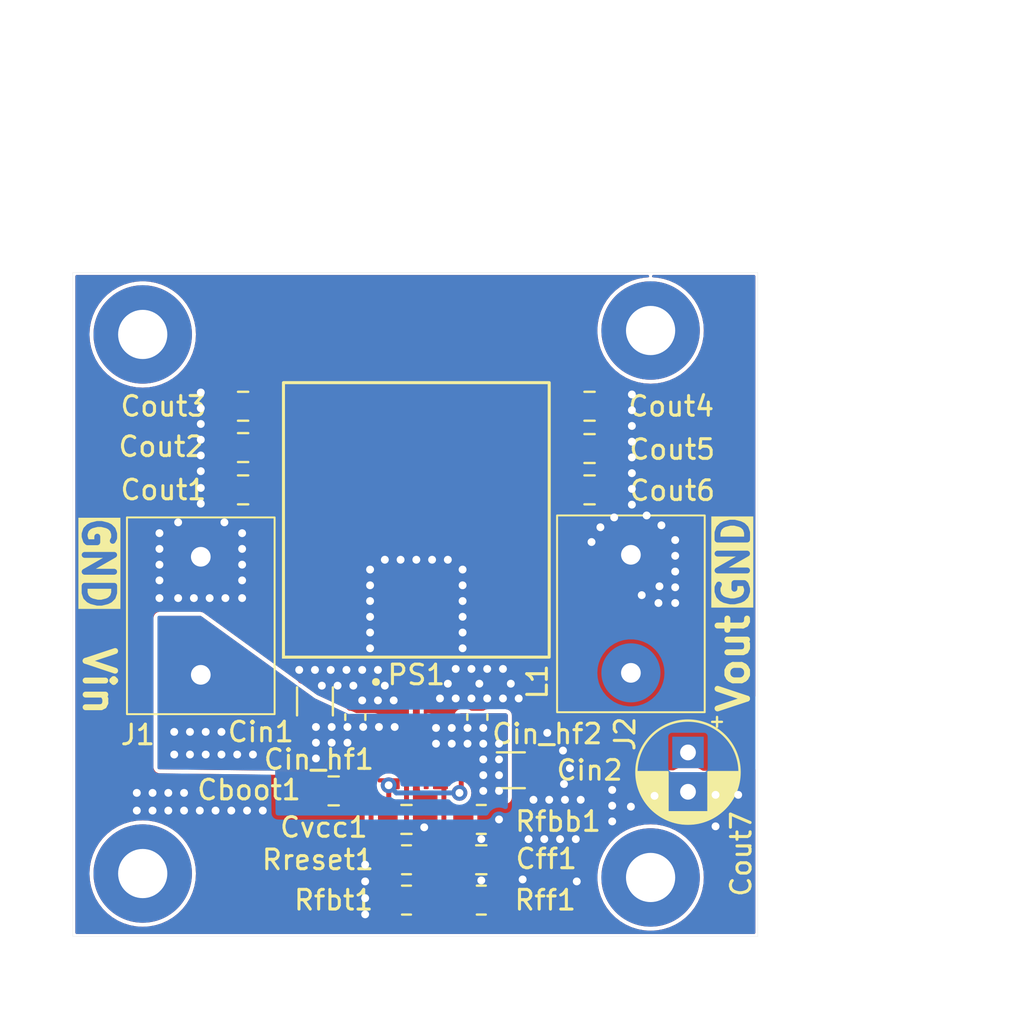
<source format=kicad_pcb>
(kicad_pcb (version 20221018) (generator pcbnew)
  (layers (0 "F.Cu" signal) (31 "B.Cu" signal) (34 "B.Paste" user) (35 "F.Paste" user) (36 "B.SilkS" user "B.Silkscreen") (37 "F.SilkS" user "F.Silkscreen") (38 "B.Mask" user) (39 "F.Mask" user) (44 "Edge.Cuts" user))
  (net 0 "")
  (net 1 "Net-(PS1-CBOOT)")
  (net 2 "Net-(Cff1-Pad1)")
  (net 3 "Net-(PS1-FB)")
  (net 4 "GND")
  (net 5 "Net-(PS1-RT)")
  (net 6 "Net-(PS1-~{RESET})")
  (net 7 "/Vin")
  (net 8 "/Vout")
  (net 9 "/switch_out")
  (footprint "Capacitor_SMD:C_0805_2012Metric" (layer "F.Cu") (at 105.3 72)
    (fp_text reference "Cboot1" (at -4.3 -0.05 180) (layer "F.SilkS") (effects (font (thickness 0.155))))
    (fp_text value "0.1")
    (pad "1" smd roundrect (at -0.95 0) (size 1 1.45) (layers "F.Cu" "F.Paste" "F.Mask") (net 9 "/switch_out"))
    (pad "2" smd roundrect (at 0.95 0) (size 1 1.45) (layers "F.Cu" "F.Paste" "F.Mask") (net 1 "Net-(PS1-CBOOT)"))
  )
  (footprint "custom_footprints:2-terminal-screw-connector-691137710002" (layer "F.Cu") (at 98.55 63.1 -90)
    (fp_text reference "J1" (at 6.05 3.2 unlocked) (layer "F.SilkS") (effects (font (thickness 0.155))))
    (fp_text value "Conn_01x02")
    (pad "1" thru_hole circle (at -3 0 270) (size 3 3) (drill 1) (layers "*.Cu" "*.Mask") (net 4 "GND"))
    (pad "2" thru_hole circle (at 3 0 270) (size 3 3) (drill 1) (layers "*.Cu" "*.Mask") (net 7 "/Vin"))
  )
  (footprint "MountingHole:MountingHole_2.5mm_Pad" (layer "F.Cu") (at 121.4 48.6)
    (fp_text reference "H3" hide)
    (fp_text value "MountingHole")
    (pad "1" thru_hole circle (at 0 0) (size 5 5) (drill 2.5) (layers "*.Cu" "*.Mask"))
  )
  (footprint "Resistor_SMD:R_0805_2012Metric" (layer "F.Cu") (at 109 75.5)
    (fp_text reference "Rreset1" (at -4.5 0) (layer "F.SilkS") (effects (font (thickness 0.155))))
    (fp_text value "100k")
    (pad "1" smd roundrect (at -0.9125 0) (size 1.025 1.4) (layers "F.Cu" "F.Paste" "F.Mask") (roundrect_rratio 0.243902439) (net 8 "/Vout"))
    (pad "2" smd roundrect (at 0.9125 0) (size 1.025 1.4) (layers "F.Cu" "F.Paste" "F.Mask") (roundrect_rratio 0.243902439) (net 6 "Net-(PS1-~{RESET})"))
  )
  (footprint "Capacitor_THT:CP_Radial_D5.0mm_P2.00mm" (layer "F.Cu") (at 123.3 70.044888 -90)
    (fp_text reference "Cout7" (at 5.155112 -2.7 -90) (layer "F.SilkS") (effects (font (thickness 0.155))))
    (fp_text value "150u")
    (pad "1" thru_hole rect (at 0 0 270) (size 1.6 1.6) (drill 0.8) (layers "*.Cu" "*.Mask") (net 8 "/Vout"))
    (pad "2" thru_hole circle (at 2 0 270) (size 1.6 1.6) (drill 0.8) (layers "*.Cu" "*.Mask") (net 4 "GND"))
  )
  (footprint "Capacitor_SMD:C_0805_2012Metric" (layer "F.Cu") (at 100.7 52.45 180)
    (fp_text reference "Cout3" (at 4.05 0) (layer "F.SilkS") (effects (font (thickness 0.155))))
    (fp_text value "22u")
    (pad "1" smd roundrect (at -0.95 0 180) (size 1 1.45) (layers "F.Cu" "F.Paste" "F.Mask") (net 8 "/Vout"))
    (pad "2" smd roundrect (at 0.95 0 180) (size 1 1.45) (layers "F.Cu" "F.Paste" "F.Mask") (net 4 "GND"))
  )
  (footprint "Capacitor_SMD:C_1206_3216Metric" (layer "F.Cu") (at 114.3 70.95)
    (fp_text reference "Cin2" (at 4 0) (layer "F.SilkS") (effects (font (thickness 0.155))))
    (fp_text value "10u")
    (pad "1" smd roundrect (at -1.475 0) (size 1.15 1.8) (layers "F.Cu" "F.Paste" "F.Mask") (roundrect_rratio 0.2173913043) (net 7 "/Vin"))
    (pad "2" smd roundrect (at 1.475 0) (size 1.15 1.8) (layers "F.Cu" "F.Paste" "F.Mask") (roundrect_rratio 0.2173913043) (net 4 "GND"))
  )
  (footprint "Resistor_SMD:R_0805_2012Metric" (layer "F.Cu") (at 109 77.55)
    (fp_text reference "Rfbt1" (at -3.7 0) (layer "F.SilkS") (effects (font (thickness 0.155))))
    (fp_text value "100k")
    (pad "1" smd roundrect (at -0.9125 0) (size 1.025 1.4) (layers "F.Cu" "F.Paste" "F.Mask") (roundrect_rratio 0.243902439) (net 8 "/Vout"))
    (pad "2" smd roundrect (at 0.9125 0) (size 1.025 1.4) (layers "F.Cu" "F.Paste" "F.Mask") (roundrect_rratio 0.243902439) (net 3 "Net-(PS1-FB)"))
  )
  (footprint "Capacitor_SMD:C_0805_2012Metric" (layer "F.Cu") (at 118.3 52.45)
    (fp_text reference "Cout4" (at 4.15 0) (layer "F.SilkS") (effects (font (thickness 0.155))))
    (fp_text value "22u")
    (pad "1" smd roundrect (at -0.95 0) (size 1 1.45) (layers "F.Cu" "F.Paste" "F.Mask") (net 8 "/Vout"))
    (pad "2" smd roundrect (at 0.95 0) (size 1 1.45) (layers "F.Cu" "F.Paste" "F.Mask") (net 4 "GND"))
  )
  (footprint "Capacitor_SMD:C_0603_1608Metric" (layer "F.Cu") (at 106.4 68.25 90)
    (fp_text reference "Cin_hf1" (at -2.15 -1.85) (layer "F.SilkS") (effects (font (thickness 0.155))))
    (fp_text value "0.47u")
    (pad "1" smd roundrect (at -0.775 0 90) (size 0.9 0.95) (layers "F.Cu" "F.Paste" "F.Mask") (net 7 "/Vin"))
    (pad "2" smd roundrect (at 0.775 0 90) (size 0.9 0.95) (layers "F.Cu" "F.Paste" "F.Mask") (net 4 "GND"))
  )
  (footprint "MountingHole:MountingHole_2.5mm_Pad" (layer "F.Cu") (at 95.6 48.8)
    (fp_text reference "H4" hide)
    (fp_text value "MountingHole")
    (pad "1" thru_hole circle (at 0 0) (size 5 5) (drill 2.5) (layers "*.Cu" "*.Mask"))
  )
  (footprint "Capacitor_SMD:C_0805_2012Metric" (layer "F.Cu") (at 100.7 56.7 180)
    (fp_text reference "Cout1" (at 4.05 0 180) (layer "F.SilkS") (effects (font (thickness 0.155))))
    (fp_text value "22u")
    (pad "1" smd roundrect (at -0.95 0 180) (size 1 1.45) (layers "F.Cu" "F.Paste" "F.Mask") (net 8 "/Vout"))
    (pad "2" smd roundrect (at 0.95 0 180) (size 1 1.45) (layers "F.Cu" "F.Paste" "F.Mask") (net 4 "GND"))
  )
  (footprint "Capacitor_SMD:C_0805_2012Metric" (layer "F.Cu") (at 118.3 56.7)
    (fp_text reference "Cout6" (at 4.2 0.034887) (layer "F.SilkS") (effects (font (thickness 0.155))))
    (fp_text value "22u")
    (pad "1" smd roundrect (at -0.95 0) (size 1 1.45) (layers "F.Cu" "F.Paste" "F.Mask") (net 8 "/Vout"))
    (pad "2" smd roundrect (at 0.95 0) (size 1 1.45) (layers "F.Cu" "F.Paste" "F.Mask") (net 4 "GND"))
  )
  (footprint "Capacitor_SMD:C_0805_2012Metric" (layer "F.Cu") (at 118.3 54.6)
    (fp_text reference "Cout5" (at 4.2 0.044887) (layer "F.SilkS") (effects (font (thickness 0.155))))
    (fp_text value "22u")
    (pad "1" smd roundrect (at -0.95 0) (size 1 1.45) (layers "F.Cu" "F.Paste" "F.Mask") (net 8 "/Vout"))
    (pad "2" smd roundrect (at 0.95 0) (size 1 1.45) (layers "F.Cu" "F.Paste" "F.Mask") (net 4 "GND"))
  )
  (footprint "custom_footprints:CONV_LM61495QRPHRQ1" (layer "F.Cu") (at 109.5 69.463)
    (fp_text reference "PS1" (at 0 -3.363) (layer "F.SilkS") (effects (font (thickness 0.155))))
    (fp_text value "LM61495QRPHRQ1")
    (pad "1" smd custom (at -1.375 -1.9) (size 0.4 0.4) (layers "F.Cu") (net 4 "GND") (options (clearance outline) (anchor rect)) (primitives (gr_poly (pts (xy -0.575 -0.15) (xy -0.575 0.5) (xy -0.575 0.503) (xy -0.575 0.505) (xy -0.574 0.508) (xy -0.574 0.51) (xy -0.573 0.513) (xy -0.573 0.515) (xy -0.572 0.518) (xy -0.571 0.52) (xy -0.57 0.523) (xy -0.568 0.525) (xy -0.567 0.527) (xy -0.565 0.529) (xy -0.564 0.531) (xy -0.562 0.533) (xy -0.56 0.535) (xy -0.558 0.537) (xy -0.556 0.539) (xy -0.554 0.54) (xy -0.552 0.542) (xy -0.55 0.543) (xy -0.548 0.545) (xy -0.545 0.546) (xy -0.543 0.547) (xy -0.54 0.548) (xy -0.538 0.548) (xy -0.535 0.549) (xy -0.533 0.549) (xy -0.53 0.55) (xy -0.528 0.55) (xy -0.525 0.55) (xy 0.525 0.55) (xy 0.528 0.55) (xy 0.53 0.55) (xy 0.533 0.549) (xy 0.535 0.549) (xy 0.538 0.548) (xy 0.54 0.548) (xy 0.543 0.547) (xy 0.545 0.546) (xy 0.548 0.545) (xy 0.55 0.543) (xy 0.552 0.542) (xy 0.554 0.54) (xy 0.556 0.539) (xy 0.558 0.537) (xy 0.56 0.535) (xy 0.562 0.533) (xy 0.564 0.531) (xy 0.565 0.529) (xy 0.567 0.527) (xy 0.568 0.525) (xy 0.57 0.523) (xy 0.571 0.52) (xy 0.572 0.518) (xy 0.573 0.515) (xy 0.573 0.513) (xy 0.574 0.51) (xy 0.574 0.508) (xy 0.575 0.505) (xy 0.575 0.503) (xy 0.575 0.5) (xy 0.575 -0.5) (xy 0.575 -0.503) (xy 0.575 -0.505) (xy 0.574 -0.508) (xy 0.574 -0.51) (xy 0.573 -0.513) (xy 0.573 -0.515) (xy 0.572 -0.518) (xy 0.571 -0.52) (xy 0.57 -0.523) (xy 0.568 -0.525) (xy 0.567 -0.527) (xy 0.565 -0.529) (xy 0.564 -0.531) (xy 0.562 -0.533) (xy 0.56 -0.535) (xy 0.558 -0.537) (xy 0.556 -0.539) (xy 0.554 -0.54) (xy 0.552 -0.542) (xy 0.55 -0.543) (xy 0.548 -0.545) (xy 0.545 -0.546) (xy 0.543 -0.547) (xy 0.54 -0.548) (xy 0.538 -0.548) (xy 0.535 -0.549) (xy 0.533 -0.549) (xy 0.53 -0.55) (xy 0.528 -0.55) (xy 0.525 -0.55) (xy -0.175 -0.55) (xy -0.178 -0.55) (xy -0.18 -0.55) (xy -0.183 -0.549) (xy -0.185 -0.549) (xy -0.188 -0.548) (xy -0.19 -0.548) (xy -0.193 -0.547) (xy -0.195 -0.546) (xy -0.198 -0.545) (xy -0.2 -0.543) (xy -0.202 -0.542) (xy -0.204 -0.54) (xy -0.206 -0.539) (xy -0.208 -0.537) (xy -0.21 -0.535) (xy -0.212 -0.533) (xy -0.214 -0.531) (xy -0.215 -0.529) (xy -0.217 -0.527) (xy -0.218 -0.525) (xy -0.22 -0.523) (xy -0.221 -0.52) (xy -0.222 -0.518) (xy -0.223 -0.515) (xy -0.223 -0.513) (xy -0.224 -0.51) (xy -0.224 -0.508) (xy -0.225 -0.505) (xy -0.225 -0.503) (xy -0.225 -0.5) (xy -0.225 -0.25) (xy -0.225 -0.247) (xy -0.225 -0.245) (xy -0.226 -0.242) (xy -0.226 -0.24) (xy -0.227 -0.237) (xy -0.227 -0.235) (xy -0.228 -0.232) (xy -0.229 -0.23) (xy -0.23 -0.227) (xy -0.232 -0.225) (xy -0.233 -0.223) (xy -0.235 -0.221) (xy -0.236 -0.219) (xy -0.238 -0.217) (xy -0.24 -0.215) (xy -0.242 -0.213) (xy -0.244 -0.211) (xy -0.246 -0.21) (xy -0.248 -0.208) (xy -0.25 -0.207) (xy -0.252 -0.205) (xy -0.255 -0.204) (xy -0.257 -0.203) (xy -0.26 -0.202) (xy -0.262 -0.202) (xy -0.265 -0.201) (xy -0.267 -0.201) (xy -0.27 -0.2) (xy -0.272 -0.2) (xy -0.275 -0.2) (xy -0.525 -0.2) (xy -0.528 -0.2) (xy -0.53 -0.2) (xy -0.533 -0.199) (xy -0.535 -0.199) (xy -0.538 -0.198) (xy -0.54 -0.198) (xy -0.543 -0.197) (xy -0.545 -0.196) (xy -0.548 -0.195) (xy -0.55 -0.193) (xy -0.552 -0.192) (xy -0.554 -0.19) (xy -0.556 -0.189) (xy -0.558 -0.187) (xy -0.56 -0.185) (xy -0.562 -0.183) (xy -0.564 -0.181) (xy -0.565 -0.179) (xy -0.567 -0.177) (xy -0.568 -0.175) (xy -0.57 -0.173) (xy -0.571 -0.17) (xy -0.572 -0.168) (xy -0.573 -0.165) (xy -0.573 -0.163) (xy -0.574 -0.16) (xy -0.574 -0.158) (xy -0.575 -0.155) (xy -0.575 -0.153) (xy -0.575 -0.15)) (width 0.01) (fill yes))))
    (pad "2" smd roundrect (at -1.413 -0.55) (size 1.075 0.4) (layers "F.Cu" "F.Paste" "F.Mask") (roundrect_rratio 0.1) (net 7 "/Vin"))
    (pad "3" smd roundrect (at -1.538 0.525) (size 0.825 0.25) (layers "F.Cu" "F.Paste" "F.Mask") (roundrect_rratio 0.06) (net 1 "Net-(PS1-CBOOT)"))
    (pad "4" smd roundrect (at -1.538 1.025) (size 0.825 0.25) (layers "F.Cu" "F.Paste" "F.Mask") (roundrect_rratio 0.06) (net 1 "Net-(PS1-CBOOT)"))
    (pad "5" smd roundrect (at -1.538 1.525) (size 0.825 0.25) (layers "F.Cu" "F.Paste" "F.Mask") (roundrect_rratio 0.06) (net 8 "/Vout"))
    (pad "6" smd custom (at -1.4 2.175) (size 0.3 0.3) (layers "F.Cu") (net 5 "Net-(PS1-RT)") (options (clearance outline) (anchor rect)) (primitives (gr_poly (pts (xy -0.55 -0.225) (xy -0.55 -0.125) (xy -0.55 -0.122) (xy -0.55 -0.12) (xy -0.549 -0.117) (xy -0.549 -0.115) (xy -0.548 -0.112) (xy -0.548 -0.11) (xy -0.547 -0.107) (xy -0.546 -0.105) (xy -0.545 -0.102) (xy -0.543 -0.1) (xy -0.542 -0.098) (xy -0.54 -0.096) (xy -0.539 -0.094) (xy -0.537 -0.092) (xy -0.535 -0.09) (xy -0.533 -0.088) (xy -0.531 -0.086) (xy -0.529 -0.085) (xy -0.527 -0.083) (xy -0.525 -0.082) (xy -0.523 -0.08) (xy -0.52 -0.079) (xy -0.518 -0.078) (xy -0.515 -0.077) (xy -0.513 -0.077) (xy -0.51 -0.076) (xy -0.508 -0.076) (xy -0.505 -0.075) (xy -0.503 -0.075) (xy -0.5 -0.075) (xy -0.25 -0.075) (xy -0.247 -0.075) (xy -0.245 -0.075) (xy -0.242 -0.074) (xy -0.24 -0.074) (xy -0.237 -0.073) (xy -0.235 -0.073) (xy -0.232 -0.072) (xy -0.23 -0.071) (xy -0.227 -0.07) (xy -0.225 -0.068) (xy -0.223 -0.067) (xy -0.221 -0.065) (xy -0.219 -0.064) (xy -0.217 -0.062) (xy -0.215 -0.06) (xy -0.213 -0.058) (xy -0.211 -0.056) (xy -0.21 -0.054) (xy -0.208 -0.052) (xy -0.207 -0.05) (xy -0.205 -0.048) (xy -0.204 -0.045) (xy -0.203 -0.043) (xy -0.202 -0.04) (xy -0.202 -0.038) (xy -0.201 -0.035) (xy -0.201 -0.033) (xy -0.2 -0.03) (xy -0.2 -0.028) (xy -0.2 -0.025) (xy -0.2 0.225) (xy -0.2 0.228) (xy -0.2 0.23) (xy -0.199 0.233) (xy -0.199 0.235) (xy -0.198 0.238) (xy -0.198 0.24) (xy -0.197 0.243) (xy -0.196 0.245) (xy -0.195 0.248) (xy -0.193 0.25) (xy -0.192 0.252) (xy -0.19 0.254) (xy -0.189 0.256) (xy -0.187 0.258) (xy -0.185 0.26) (xy -0.183 0.262) (xy -0.181 0.264) (xy -0.179 0.265) (xy -0.177 0.267) (xy -0.175 0.268) (xy -0.173 0.27) (xy -0.17 0.271) (xy -0.168 0.272) (xy -0.165 0.273) (xy -0.163 0.273) (xy -0.16 0.274) (xy -0.158 0.274) (xy -0.155 0.275) (xy -0.153 0.275) (xy -0.15 0.275) (xy 0.5 0.275) (xy 0.503 0.275) (xy 0.505 0.275) (xy 0.508 0.274) (xy 0.51 0.274) (xy 0.513 0.273) (xy 0.515 0.273) (xy 0.518 0.272) (xy 0.52 0.271) (xy 0.523 0.27) (xy 0.525 0.268) (xy 0.527 0.267) (xy 0.529 0.265) (xy 0.531 0.264) (xy 0.533 0.262) (xy 0.535 0.26) (xy 0.537 0.258) (xy 0.539 0.256) (xy 0.54 0.254) (xy 0.542 0.252) (xy 0.543 0.25) (xy 0.545 0.248) (xy 0.546 0.245) (xy 0.547 0.243) (xy 0.548 0.24) (xy 0.548 0.238) (xy 0.549 0.235) (xy 0.549 0.233) (xy 0.55 0.23) (xy 0.55 0.228) (xy 0.55 0.225) (xy 0.55 -0.225) (xy 0.55 -0.228) (xy 0.55 -0.23) (xy 0.549 -0.233) (xy 0.549 -0.235) (xy 0.548 -0.238) (xy 0.548 -0.24) (xy 0.547 -0.243) (xy 0.546 -0.245) (xy 0.545 -0.248) (xy 0.543 -0.25) (xy 0.542 -0.252) (xy 0.54 -0.254) (xy 0.539 -0.256) (xy 0.537 -0.258) (xy 0.535 -0.26) (xy 0.533 -0.262) (xy 0.531 -0.264) (xy 0.529 -0.265) (xy 0.527 -0.267) (xy 0.525 -0.268) (xy 0.523 -0.27) (xy 0.52 -0.271) (xy 0.518 -0.272) (xy 0.515 -0.273) (xy 0.513 -0.273) (xy 0.51 -0.274) (xy 0.508 -0.274) (xy 0.505 -0.275) (xy 0.503 -0.275) (xy 0.5 -0.275) (xy -0.5 -0.275) (xy -0.503 -0.275) (xy -0.505 -0.275) (xy -0.508 -0.274) (xy -0.51 -0.274) (xy -0.513 -0.273) (xy -0.515 -0.273) (xy -0.518 -0.272) (xy -0.52 -0.271) (xy -0.523 -0.27) (xy -0.525 -0.268) (xy -0.527 -0.267) (xy -0.529 -0.265) (xy -0.531 -0.264) (xy -0.533 -0.262) (xy -0.535 -0.26) (xy -0.537 -0.258) (xy -0.539 -0.256) (xy -0.54 -0.254) (xy -0.542 -0.252) (xy -0.543 -0.25) (xy -0.545 -0.248) (xy -0.546 -0.245) (xy -0.547 -0.243) (xy -0.548 -0.24) (xy -0.548 -0.238) (xy -0.549 -0.235) (xy -0.549 -0.233) (xy -0.55 -0.23) (xy -0.55 -0.228) (xy -0.55 -0.225)) (width 0.01) (fill yes))))
    (pad "7" smd roundrect (at -0.5 2.113) (size 0.25 0.675) (layers "F.Cu" "F.Paste" "F.Mask") (roundrect_rratio 0.17) (net 3 "Net-(PS1-FB)"))
    (pad "8" smd roundrect (at 0 2.038) (size 0.25 0.825) (layers "F.Cu" "F.Paste" "F.Mask") (roundrect_rratio 0.21) (net 4 "GND"))
    (pad "9" smd roundrect (at 0.5 2.113) (size 0.25 0.675) (layers "F.Cu" "F.Paste" "F.Mask") (roundrect_rratio 0.17) (net 5 "Net-(PS1-RT)"))
    (pad "10" smd custom (at 1.4 2.175) (size 0.3 0.3) (layers "F.Cu") (net 6 "Net-(PS1-~{RESET})") (options (clearance outline) (anchor rect)) (primitives (gr_poly (pts (xy -0.5 0.275) (xy -0.503 0.275) (xy -0.505 0.275) (xy -0.508 0.274) (xy -0.51 0.274) (xy -0.513 0.273) (xy -0.515 0.273) (xy -0.518 0.272) (xy -0.52 0.271) (xy -0.523 0.27) (xy -0.525 0.268) (xy -0.527 0.267) (xy -0.529 0.265) (xy -0.531 0.264) (xy -0.533 0.262) (xy -0.535 0.26) (xy -0.537 0.258) (xy -0.539 0.256) (xy -0.54 0.254) (xy -0.542 0.252) (xy -0.543 0.25) (xy -0.545 0.248) (xy -0.546 0.245) (xy -0.547 0.243) (xy -0.548 0.24) (xy -0.548 0.238) (xy -0.549 0.235) (xy -0.549 0.233) (xy -0.55 0.23) (xy -0.55 0.228) (xy -0.55 0.225) (xy -0.55 -0.225) (xy -0.55 -0.228) (xy -0.55 -0.23) (xy -0.549 -0.233) (xy -0.549 -0.235) (xy -0.548 -0.238) (xy -0.548 -0.24) (xy -0.547 -0.243) (xy -0.546 -0.245) (xy -0.545 -0.248) (xy -0.543 -0.25) (xy -0.542 -0.252) (xy -0.54 -0.254) (xy -0.539 -0.256) (xy -0.537 -0.258) (xy -0.535 -0.26) (xy -0.533 -0.262) (xy -0.531 -0.264) (xy -0.529 -0.265) (xy -0.527 -0.267) (xy -0.525 -0.268) (xy -0.523 -0.27) (xy -0.52 -0.271) (xy -0.518 -0.272) (xy -0.515 -0.273) (xy -0.513 -0.273) (xy -0.51 -0.274) (xy -0.508 -0.274) (xy -0.505 -0.275) (xy -0.503 -0.275) (xy -0.5 -0.275) (xy 0.5 -0.275) (xy 0.503 -0.275) (xy 0.505 -0.275) (xy 0.508 -0.274) (xy 0.51 -0.274) (xy 0.513 -0.273) (xy 0.515 -0.273) (xy 0.518 -0.272) (xy 0.52 -0.271) (xy 0.523 -0.27) (xy 0.525 -0.268) (xy 0.527 -0.267) (xy 0.529 -0.265) (xy 0.531 -0.264) (xy 0.533 -0.262) (xy 0.535 -0.26) (xy 0.537 -0.258) (xy 0.539 -0.256) (xy 0.54 -0.254) (xy 0.542 -0.252) (xy 0.543 -0.25) (xy 0.545 -0.248) (xy 0.546 -0.245) (xy 0.547 -0.243) (xy 0.548 -0.24) (xy 0.548 -0.238) (xy 0.549 -0.235) (xy 0.549 -0.233) (xy 0.55 -0.23) (xy 0.55 -0.228) (xy 0.55 -0.225) (xy 0.55 -0.125) (xy 0.55 -0.122) (xy 0.55 -0.12) (xy 0.549 -0.117) (xy 0.549 -0.115) (xy 0.548 -0.112) (xy 0.548 -0.11) (xy 0.547 -0.107) (xy 0.546 -0.105) (xy 0.545 -0.102) (xy 0.543 -0.1) (xy 0.542 -0.098) (xy 0.54 -0.096) (xy 0.539 -0.094) (xy 0.537 -0.092) (xy 0.535 -0.09) (xy 0.533 -0.088) (xy 0.531 -0.086) (xy 0.529 -0.085) (xy 0.527 -0.083) (xy 0.525 -0.082) (xy 0.523 -0.08) (xy 0.52 -0.079) (xy 0.518 -0.078) (xy 0.515 -0.077) (xy 0.513 -0.077) (xy 0.51 -0.076) (xy 0.508 -0.076) (xy 0.505 -0.075) (xy 0.503 -0.075) (xy 0.5 -0.075) (xy 0.25 -0.075) (xy 0.247 -0.075) (xy 0.245 -0.075) (xy 0.242 -0.074) (xy 0.24 -0.074) (xy 0.237 -0.073) (xy 0.235 -0.073) (xy 0.232 -0.072) (xy 0.23 -0.071) (xy 0.227 -0.07) (xy 0.225 -0.068) (xy 0.223 -0.067) (xy 0.221 -0.065) (xy 0.219 -0.064) (xy 0.217 -0.062) (xy 0.215 -0.06) (xy 0.213 -0.058) (xy 0.211 -0.056) (xy 0.21 -0.054) (xy 0.208 -0.052) (xy 0.207 -0.05) (xy 0.205 -0.048) (xy 0.204 -0.045) (xy 0.203 -0.043) (xy 0.202 -0.04) (xy 0.202 -0.038) (xy 0.201 -0.035) (xy 0.201 -0.033) (xy 0.2 -0.03) (xy 0.2 -0.028) (xy 0.2 -0.025) (xy 0.2 0.225) (xy 0.2 0.228) (xy 0.2 0.23) (xy 0.199 0.233) (xy 0.199 0.235) (xy 0.198 0.238) (xy 0.198 0.24) (xy 0.197 0.243) (xy 0.196 0.245) (xy 0.195 0.248) (xy 0.193 0.25) (xy 0.192 0.252) (xy 0.19 0.254) (xy 0.189 0.256) (xy 0.187 0.258) (xy 0.185 0.26) (xy 0.183 0.262) (xy 0.181 0.264) (xy 0.179 0.265) (xy 0.177 0.267) (xy 0.175 0.268) (xy 0.173 0.27) (xy 0.17 0.271) (xy 0.168 0.272) (xy 0.165 0.273) (xy 0.163 0.273) (xy 0.16 0.274) (xy 0.158 0.274) (xy 0.155 0.275) (xy 0.153 0.275) (xy 0.15 0.275) (xy -0.5 0.275)) (width 0.01) (fill yes))))
    (pad "11" smd roundrect (at 1.538 1.525) (size 0.825 0.25) (layers "F.Cu" "F.Paste" "F.Mask") (roundrect_rratio 0.06) (net 5 "Net-(PS1-RT)"))
    (pad "12" smd roundrect (at 1.538 1.025) (size 0.825 0.25) (layers "F.Cu" "F.Paste" "F.Mask") (roundrect_rratio 0.06) (net 4 "GND"))
    (pad "13" smd roundrect (at 1.538 0.525) (size 0.825 0.25) (layers "F.Cu" "F.Paste" "F.Mask") (roundrect_rratio 0.06) (net 7 "/Vin"))
    (pad "14" smd roundrect (at 1.413 -0.55) (size 1.075 0.4) (layers "F.Cu" "F.Paste" "F.Mask") (roundrect_rratio 0.1) (net 7 "/Vin"))
    (pad "15" smd custom (at 1.375 -1.9) (size 0.4 0.4) (layers "F.Cu") (net 4 "GND") (options (clearance outline) (anchor rect)) (primitives (gr_poly (pts (xy -0.525 0.55) (xy -0.528 0.55) (xy -0.53 0.55) (xy -0.533 0.549) (xy -0.535 0.549) (xy -0.538 0.548) (xy -0.54 0.548) (xy -0.543 0.547) (xy -0.545 0.546) (xy -0.548 0.545) (xy -0.55 0.543) (xy -0.552 0.542) (xy -0.554 0.54) (xy -0.556 0.539) (xy -0.558 0.537) (xy -0.56 0.535) (xy -0.562 0.533) (xy -0.564 0.531) (xy -0.565 0.529) (xy -0.567 0.527) (xy -0.568 0.525) (xy -0.57 0.523) (xy -0.571 0.52) (xy -0.572 0.518) (xy -0.573 0.515) (xy -0.573 0.513) (xy -0.574 0.51) (xy -0.574 0.508) (xy -0.575 0.505) (xy -0.575 0.503) (xy -0.575 0.5) (xy -0.575 -0.5) (xy -0.575 -0.503) (xy -0.575 -0.505) (xy -0.574 -0.508) (xy -0.574 -0.51) (xy -0.573 -0.513) (xy -0.573 -0.515) (xy -0.572 -0.518) (xy -0.571 -0.52) (xy -0.57 -0.523) (xy -0.568 -0.525) (xy -0.567 -0.527) (xy -0.565 -0.529) (xy -0.564 -0.531) (xy -0.562 -0.533) (xy -0.56 -0.535) (xy -0.558 -0.537) (xy -0.556 -0.539) (xy -0.554 -0.54) (xy -0.552 -0.542) (xy -0.55 -0.543) (xy -0.548 -0.545) (xy -0.545 -0.546) (xy -0.543 -0.547) (xy -0.54 -0.548) (xy -0.538 -0.548) (xy -0.535 -0.549) (xy -0.533 -0.549) (xy -0.53 -0.55) (xy -0.528 -0.55) (xy -0.525 -0.55) (xy 0.175 -0.55) (xy 0.178 -0.55) (xy 0.18 -0.55) (xy 0.183 -0.549) (xy 0.185 -0.549) (xy 0.188 -0.548) (xy 0.19 -0.548) (xy 0.193 -0.547) (xy 0.195 -0.546) (xy 0.198 -0.545) (xy 0.2 -0.543) (xy 0.202 -0.542) (xy 0.204 -0.54) (xy 0.206 -0.539) (xy 0.208 -0.537) (xy 0.21 -0.535) (xy 0.212 -0.533) (xy 0.214 -0.531) (xy 0.215 -0.529) (xy 0.217 -0.527) (xy 0.218 -0.525) (xy 0.22 -0.523) (xy 0.221 -0.52) (xy 0.222 -0.518) (xy 0.223 -0.515) (xy 0.223 -0.513) (xy 0.224 -0.51) (xy 0.224 -0.508) (xy 0.225 -0.505) (xy 0.225 -0.503) (xy 0.225 -0.5) (xy 0.225 -0.25) (xy 0.225 -0.247) (xy 0.225 -0.245) (xy 0.226 -0.242) (xy 0.226 -0.24) (xy 0.227 -0.237) (xy 0.227 -0.235) (xy 0.228 -0.232) (xy 0.229 -0.23) (xy 0.23 -0.227) (xy 0.232 -0.225) (xy 0.233 -0.223) (xy 0.235 -0.221) (xy 0.236 -0.219) (xy 0.238 -0.217) (xy 0.24 -0.215) (xy 0.242 -0.213) (xy 0.244 -0.211) (xy 0.246 -0.21) (xy 0.248 -0.208) (xy 0.25 -0.207) (xy 0.252 -0.205) (xy 0.255 -0.204) (xy 0.257 -0.203) (xy 0.26 -0.202) (xy 0.262 -0.202) (xy 0.265 -0.201) (xy 0.267 -0.201) (xy 0.27 -0.2) (xy 0.272 -0.2) (xy 0.275 -0.2) (xy 0.525 -0.2) (xy 0.528 -0.2) (xy 0.53 -0.2) (xy 0.533 -0.199) (xy 0.535 -0.199) (xy 0.538 -0.198) (xy 0.54 -0.198) (xy 0.543 -0.197) (xy 0.545 -0.196) (xy 0.548 -0.195) (xy 0.55 -0.193) (xy 0.552 -0.192) (xy 0.554 -0.19) (xy 0.556 -0.189) (xy 0.558 -0.187) (xy 0.56 -0.185) (xy 0.562 -0.183) (xy 0.564 -0.181) (xy 0.565 -0.179) (xy 0.567 -0.177) (xy 0.568 -0.175) (xy 0.57 -0.173) (xy 0.571 -0.17) (xy 0.572 -0.168) (xy 0.573 -0.165) (xy 0.573 -0.163) (xy 0.574 -0.16) (xy 0.574 -0.158) (xy 0.575 -0.155) (xy 0.575 -0.153) (xy 0.575 -0.15) (xy 0.575 0.5) (xy 0.575 0.503) (xy 0.575 0.505) (xy 0.574 0.508) (xy 0.574 0.51) (xy 0.573 0.513) (xy 0.573 0.515) (xy 0.572 0.518) (xy 0.571 0.52) (xy 0.57 0.523) (xy 0.568 0.525) (xy 0.567 0.527) (xy 0.565 0.529) (xy 0.564 0.531) (xy 0.562 0.533) (xy 0.56 0.535) (xy 0.558 0.537) (xy 0.556 0.539) (xy 0.554 0.54) (xy 0.552 0.542) (xy 0.55 0.543) (xy 0.548 0.545) (xy 0.545 0.546) (xy 0.543 0.547) (xy 0.54 0.548) (xy 0.538 0.548) (xy 0.535 0.549) (xy 0.533 0.549) (xy 0.53 0.55) (xy 0.528 0.55) (xy 0.525 0.55) (xy -0.525 0.55)) (width 0.01) (fill yes))))
    (pad "16" smd roundrect (at 0 -0.963) (size 0.35 2.975) (layers "F.Cu" "F.Paste" "F.Mask") (roundrect_rratio 0.5) (net 9 "/switch_out"))
  )
  (footprint "Capacitor_SMD:C_0805_2012Metric" (layer "F.Cu") (at 112.8 75.5 180)
    (fp_text reference "Cff1" (at -3.3 0.05) (layer "F.SilkS") (effects (font (thickness 0.155))))
    (fp_text value "15p")
    (pad "1" smd roundrect (at -0.95 0 180) (size 1 1.45) (layers "F.Cu" "F.Paste" "F.Mask") (net 2 "Net-(Cff1-Pad1)"))
    (pad "2" smd roundrect (at 0.95 0 180) (size 1 1.45) (layers "F.Cu" "F.Paste" "F.Mask") (net 3 "Net-(PS1-FB)"))
  )
  (footprint "Resistor_SMD:R_0805_2012Metric" (layer "F.Cu") (at 112.8 77.55)
    (fp_text reference "Rff1" (at 3.25 0) (layer "F.SilkS") (effects (font (thickness 0.155))))
    (fp_text value "4.99k")
    (pad "1" smd roundrect (at -0.9125 0) (size 1.025 1.4) (layers "F.Cu" "F.Paste" "F.Mask") (roundrect_rratio 0.243902439) (net 8 "/Vout"))
    (pad "2" smd roundrect (at 0.9125 0) (size 1.025 1.4) (layers "F.Cu" "F.Paste" "F.Mask") (roundrect_rratio 0.243902439) (net 2 "Net-(Cff1-Pad1)"))
  )
  (footprint "MountingHole:MountingHole_2.5mm_Pad" (layer "F.Cu") (at 95.6 76.2)
    (fp_text reference "H1" hide)
    (fp_text value "MountingHole")
    (pad "1" thru_hole circle (at 0 0) (size 5 5) (drill 2.5) (layers "*.Cu" "*.Mask"))
  )
  (footprint "Capacitor_SMD:C_0603_1608Metric" (layer "F.Cu") (at 112.6 68.25 90)
    (fp_text reference "Cin_hf2" (at -0.85 3.55 180) (layer "F.SilkS") (effects (font (thickness 0.155))))
    (fp_text value "0.47u")
    (pad "1" smd roundrect (at -0.775 0 90) (size 0.9 0.95) (layers "F.Cu" "F.Paste" "F.Mask") (net 7 "/Vin"))
    (pad "2" smd roundrect (at 0.775 0 90) (size 0.9 0.95) (layers "F.Cu" "F.Paste" "F.Mask") (net 4 "GND"))
  )
  (footprint "custom_footprints:2-terminal-screw-connector-691137710002" (layer "F.Cu") (at 120.4 63 90)
    (fp_text reference "J2" (at -6.1 -0.3 90 unlocked) (layer "F.SilkS") (effects (font (thickness 0.155) bold)))
    (fp_text value "Conn_01x02")
    (pad "1" thru_hole circle (at -3 0 90) (size 3 3) (drill 1) (layers "*.Cu" "*.Mask") (net 8 "/Vout"))
    (pad "2" thru_hole circle (at 3 0 90) (size 3 3) (drill 1) (layers "*.Cu" "*.Mask") (net 4 "GND"))
  )
  (footprint "Resistor_SMD:R_0805_2012Metric" (layer "F.Cu") (at 112.8 73.45)
    (fp_text reference "Rfbb1" (at 3.9 0.1) (layer "F.SilkS") (effects (font (thickness 0.155))))
    (fp_text value "25.5k")
    (pad "1" smd roundrect (at -0.9125 0) (size 1.025 1.4) (layers "F.Cu" "F.Paste" "F.Mask") (roundrect_rratio 0.243902439) (net 3 "Net-(PS1-FB)"))
    (pad "2" smd roundrect (at 0.9125 0) (size 1.025 1.4) (layers "F.Cu" "F.Paste" "F.Mask") (roundrect_rratio 0.243902439) (net 4 "GND"))
  )
  (footprint "Capacitor_SMD:C_0805_2012Metric" (layer "F.Cu") (at 109 73.45 180)
    (fp_text reference "Cvcc1" (at 4.2 -0.4) (layer "F.SilkS") (effects (font (thickness 0.155))))
    (fp_text value "1u")
    (pad "1" smd roundrect (at -0.95 0 180) (size 1 1.45) (layers "F.Cu" "F.Paste" "F.Mask") (net 4 "GND"))
    (pad "2" smd roundrect (at 0.95 0 180) (size 1 1.45) (layers "F.Cu" "F.Paste" "F.Mask") (net 5 "Net-(PS1-RT)"))
  )
  (footprint "MountingHole:MountingHole_2.5mm_Pad" (layer "F.Cu") (at 121.4 76.4)
    (fp_text reference "H2" hide)
    (fp_text value "MountingHole")
    (pad "1" thru_hole circle (at 0 0) (size 5 5) (drill 2.5) (layers "*.Cu" "*.Mask"))
  )
  (footprint "custom_footprints:TMPC 1004H-3R3MG-D" (layer "F.Cu") (at 109.5 58.2 90)
    (fp_text reference "L1" (at -8.25 6.15 90 unlocked) (layer "F.SilkS") (effects (font (thickness 0.155))))
    (fp_text value "3.3u")
    (pad "1" smd rect (at -4.75 0 90) (size 4.1 3.5) (layers "F.Cu" "F.Paste" "F.Mask") (net 9 "/switch_out"))
    (pad "2" smd rect (at 4.75 0 90) (size 4.1 3.5) (layers "F.Cu" "F.Paste" "F.Mask") (net 8 "/Vout"))
  )
  (footprint "Capacitor_SMD:C_1206_3216Metric" (layer "F.Cu") (at 104.35 67.45 90)
    (fp_text reference "Cin1" (at -1.55 -2.75 180) (layer "F.SilkS") (effects (font (thickness 0.155))))
    (fp_text value "10u")
    (pad "1" smd roundrect (at -1.475 0 90) (size 1.15 1.8) (layers "F.Cu" "F.Paste" "F.Mask") (roundrect_rratio 0.2173913043) (net 7 "/Vin"))
    (pad "2" smd roundrect (at 1.475 0 90) (size 1.15 1.8) (layers "F.Cu" "F.Paste" "F.Mask") (roundrect_rratio 0.2173913043) (net 4 "GND"))
  )
  (footprint "Capacitor_SMD:C_0805_2012Metric" (layer "F.Cu") (at 100.7 54.55 180)
    (fp_text reference "Cout2" (at 4.15 0.05 180) (layer "F.SilkS") (effects (font (thickness 0.155))))
    (fp_text value "22u")
    (pad "1" smd roundrect (at -0.95 0 180) (size 1 1.45) (layers "F.Cu" "F.Paste" "F.Mask") (net 8 "/Vout"))
    (pad "2" smd roundrect (at 0.95 0 180) (size 1 1.45) (layers "F.Cu" "F.Paste" "F.Mask") (net 4 "GND"))
  )
  (gr_rect (start 92.05 45.65) (end 126.85 79.4) (stroke (width 0.01)) (fill none) (layer "Edge.Cuts"))
  (gr_text "Vout" (at 126.5 68.15 90) (layer "F.SilkS") (effects (font (size 1.5 1.5) (thickness 0.3) bold) (justify left bottom)))
  (gr_text "GND" (at 92.45 57.95 270) (layer "F.SilkS" knockout) (effects (font (size 1.5 1.5) (thickness 0.3) bold) (justify left bottom)))
  (gr_text "Vin" (at 92.5 64.55 270) (layer "F.SilkS") (effects (font (size 1.5 1.5) (thickness 0.3) bold) (justify left bottom)))
  (gr_text "GND" (at 126.5 62.85 90) (layer "F.SilkS" knockout) (effects (font (size 1.5 1.5) (thickness 0.3) bold) (justify left bottom)))
  (segment (start 107.962 69.988) (end 107.962 70.488) (width 0.25) (layer "F.Cu") (net 1))
  (segment (start 106.25 71.275) (end 106.25 72) (width 0.25) (layer "F.Cu") (net 1))
  (segment (start 107.037 70.488) (end 106.25 71.275) (width 0.25) (layer "F.Cu") (net 1))
  (segment (start 107.962 70.488) (end 107.037 70.488) (width 0.25) (layer "F.Cu") (net 1))
  (segment (start 113.7125 75.3375) (end 113.75 75.3) (width 0.25) (layer "F.Cu") (net 2))
  (segment (start 113.7125 77.35) (end 113.7125 75.3375) (width 0.25) (layer "F.Cu") (net 2))
  (segment (start 113.5125 77.1875) (end 113.5125 77.3) (width 0.25) (layer "F.Cu") (net 2))
  (segment (start 111.85 75.3) (end 109.9125 77.2375) (width 0.25) (layer "F.Cu") (net 3))
  (segment (start 109 76.3) (end 109.9125 77.2125) (width 0.25) (layer "F.Cu") (net 3))
  (segment (start 109.9125 77.2125) (end 109.9125 77.35) (width 0.25) (layer "F.Cu") (net 3))
  (segment (start 111.8875 75.2625) (end 111.85 75.3) (width 0.25) (layer "F.Cu") (net 3))
  (segment (start 109.9125 77.35) (end 109.9125 77.1) (width 0.25) (layer "F.Cu") (net 3))
  (segment (start 109.9125 77.2375) (end 109.9125 77.35) (width 0.25) (layer "F.Cu") (net 3))
  (segment (start 109 71.576) (end 109 76.3) (width 0.25) (layer "F.Cu") (net 3))
  (segment (start 111.8875 73.25) (end 111.8875 75.2625) (width 0.25) (layer "F.Cu") (net 3))
  (via (at 116.15 69.05) (size 0.8) (drill 0.4) (layers "F.Cu" "B.Cu") (net 4))
  (via (at 122.65 60.05) (size 0.8) (drill 0.4) (layers "F.Cu" "B.Cu") (net 4))
  (via (at 125.85 72.2) (size 0.8) (drill 0.4) (layers "F.Cu" "B.Cu") (net 4))
  (via (at 120.45 52.65) (size 0.8) (drill 0.4) (layers "F.Cu" "B.Cu") (net 4))
  (via (at 106.9 78.273) (size 0.8) (drill 0.4) (layers "F.Cu" "B.Cu") (net 4))
  (via (at 96.1 72.999998) (size 0.8) (drill 0.4) (layers "F.Cu" "B.Cu") (net 4))
  (via (at 111.85 63.95) (size 0.8) (drill 0.4) (layers "F.Cu" "B.Cu") (net 4))
  (via (at 99.3 72.999998) (size 0.8) (drill 0.4) (layers "F.Cu" "B.Cu") (net 4))
  (via (at 98.549998 57.4) (size 0.8) (drill 0.4) (layers "F.Cu" "B.Cu") (net 4))
  (via (at 107.149998 64.75) (size 0.8) (drill 0.4) (layers "F.Cu" "B.Cu") (net 4))
  (via (at 116 74.45) (size 0.8) (drill 0.4) (layers "F.Cu" "B.Cu") (net 4))
  (via (at 98.550002 54.15) (size 0.8) (drill 0.4) (layers "F.Cu" "B.Cu") (net 4))
  (via (at 117 71.65) (size 0.8) (drill 0.4) (layers "F.Cu" "B.Cu") (net 4))
  (via (at 112.3 67.299998) (size 0.8) (drill 0.4) (layers "F.Cu" "B.Cu") (net 4))
  (via (at 117.3 70.85) (size 0.8) (drill 0.4) (layers "F.Cu" "B.Cu") (net 4))
  (via (at 112.8 74.45) (size 0.8) (drill 0.4) (layers "F.Cu" "B.Cu") (net 4))
  (via (at 117.85 72.45) (size 0.8) (drill 0.4) (layers "F.Cu" "B.Cu") (net 4))
  (via (at 100.65 62.2) (size 0.8) (drill 0.4) (layers "F.Cu" "B.Cu") (net 4))
  (via (at 100.65 58.9) (size 0.8) (drill 0.4) (layers "F.Cu" "B.Cu") (net 4))
  (via (at 113.7 73.45) (size 0.8) (drill 0.4) (layers "F.Cu" "B.Cu") (net 4))
  (via (at 119.45 72.75) (size 0.8) (drill 0.4) (layers "F.Cu" "B.Cu") (net 4))
  (via (at 112.8 76.55) (size 0.8) (drill 0.4) (layers "F.Cu" "B.Cu") (net 4))
  (via (at 111.1 66.549998) (size 0.8) (drill 0.4) (layers "F.Cu" "B.Cu") (net 4))
  (via (at 122.65 60.85) (size 0.8) (drill 0.4) (layers "F.Cu" "B.Cu") (net 4))
  (via (at 111.5 65.799998) (size 0.8) (drill 0.4) (layers "F.Cu" "B.Cu") (net 4))
  (via (at 100.65 59.7) (size 0.8) (drill 0.4) (layers "F.Cu" "B.Cu") (net 4))
  (via (at 121.2 58) (size 0.8) (drill 0.4) (layers "F.Cu" "B.Cu") (net 4))
  (via (at 122.649998 62.45) (size 0.8) (drill 0.4) (layers "F.Cu" "B.Cu") (net 4))
  (via (at 98.550002 53.35) (size 0.8) (drill 0.4) (layers "F.Cu" "B.Cu") (net 4))
  (via (at 107.15 60.75) (size 0.8) (drill 0.4) (layers "F.Cu" "B.Cu") (net 4))
  (via (at 106.3 66.649998) (size 0.8) (drill 0.4) (layers "F.Cu" "B.Cu") (net 4))
  (via (at 96.45 59.7) (size 0.8) (drill 0.4) (layers "F.Cu" "B.Cu") (net 4))
  (via (at 107.15 63.95) (size 0.8) (drill 0.4) (layers "F.Cu" "B.Cu") (net 4))
  (via (at 120.45 54.25) (size 0.8) (drill 0.4) (layers "F.Cu" "B.Cu") (net 4))
  (via (at 104.35 65.849998) (size 0.8) (drill 0.4) (layers "F.Cu" "B.Cu") (net 4))
  (via (at 96.45 60.5) (size 0.8) (drill 0.4) (layers "F.Cu" "B.Cu") (net 4))
  (via (at 116.95 69.95) (size 0.8) (drill 0.4) (layers "F.Cu" "B.Cu") (net 4))
  (via (at 99.75 58.35) (size 0.8) (drill 0.4) (layers "F.Cu" "B.Cu") (net 4))
  (via (at 121.85 61.6) (size 0.8) (drill 0.4) (layers "F.Cu" "B.Cu") (net 4))
  (via (at 107.9 60.25) (size 0.8) (drill 0.4) (layers "F.Cu" "B.Cu") (net 4))
  (via (at 122.65 59.25) (size 0.8) (drill 0.4) (layers "F.Cu" "B.Cu") (net 4))
  (via (at 107.55 67.399998) (size 0.8) (drill 0.4) (layers "F.Cu" "B.Cu") (net 4))
  (via (at 115.2 74.45) (size 0.8) (drill 0.4) (layers "F.Cu" "B.Cu") (net 4))
  (via (at 114.7 67.3) (size 0.8) (drill 0.4) (layers "F.Cu" "B.Cu") (net 4))
  (via (at 107.15 63.15) (size 0.8) (drill 0.4) (layers "F.Cu" "B.Cu") (net 4))
  (via (at 113.9 67.299998) (size 0.8) (drill 0.4) (layers "F.Cu" "B.Cu") (net 4))
  (via (at 96.1 72.099998) (size 0.8) (drill 0.4) (layers "F.Cu" "B.Cu") (net 4))
  (via (at 111.5 67.299998) (size 0.8) (drill 0.4) (layers "F.Cu" "B.Cu") (net 4))
  (via (at 113.1 67.299998) (size 0.8) (drill 0.4) (layers "F.Cu" "B.Cu") (net 4))
  (via (at 120.4 72.8) (size 0.8) (drill 0.4) (layers "F.Cu" "B.Cu") (net 4))
  (via (at 121.95 58.5) (size 0.8) (drill 0.4) (layers "F.Cu" "B.Cu") (net 4))
  (via (at 120.449998 55.85) (size 0.8) (drill 0.4) (layers "F.Cu" "B.Cu") (net 4))
  (via (at 110.3 60.25) (size 0.8) (drill 0.4) (layers "F.Cu" "B.Cu") (net 4))
  (via (at 101.7 73) (size 0.8) (drill 0.4) (layers "F.Cu" "B.Cu") (net 4))
  (via (at 96.9 73) (size 0.8) (drill 0.4) (layers "F.Cu" "B.Cu") (net 4))
  (via (at 106.75 65.849998) (size 0.8) (drill 0.4) (layers "F.Cu" "B.Cu") (net 4))
  (via (at 111.85 61.55) (size 0.8) (drill 0.4) (layers "F.Cu" "B.Cu") (net 4))
  (via (at 108.7 60.25) (size 0.8) (drill 0.4) (layers "F.Cu" "B.Cu") (net 4))
  (via (at 117.65 76.6) (size 0.8) (drill 0.4) (layers "F.Cu" "B.Cu") (net 4))
  (via (at 119.55 58.1) (size 0.8) (drill 0.4) (layers "F.Cu" "B.Cu") (net 4))
  (via (at 97.7 72.1) (size 0.8) (drill 0.4) (layers "F.Cu" "B.Cu") (net 4))
  (via (at 119.45 73.55) (size 0.8) (drill 0.4) (layers "F.Cu" "B.Cu") (net 4))
  (via (at 116.25 72.45) (size 0.8) (drill 0.4) (layers "F.Cu" "B.Cu") (net 4))
  (via (at 97.4 62.2) (size 0.8) (drill 0.4) (layers "F.Cu" "B.Cu") (net 4))
  (via (at 107.55 65.85) (size 0.8) (drill 0.4) (layers "F.Cu" "B.Cu") (net 4))
  (via (at 122.65 61.65) (size 0.8) (drill 0.4) (layers "F.Cu" "B.Cu") (net 4))
  (via (at 107.9 66.65) (size 0.8) (drill 0.4) (layers "F.Cu" "B.Cu") (net 4))
  (via (at 98.55 55.75) (size 0.8) (drill 0.4) (layers "F.Cu" "B.Cu") (net 4))
  (via (at 113.1 65.799998) (size 0.8) (drill 0.4) (layers "F.Cu" "B.Cu") (net 4))
  (via (at 109.9 73.85) (size 0.8) (drill 0.4) (layers "F.Cu" "B.Cu") (net 4))
  (via (at 104.7 66.649998) (size 0.8) (drill 0.4) (layers "F.Cu" "B.Cu") (net 4))
  (via (at 100.9 72.999998) (size 0.8) (drill 0.4) (layers "F.Cu" "B.Cu") (net 4))
  (via (at 110.7 67.299998) (size 0.8) (drill 0.4) (layers "F.Cu" "B.Cu") (net 4))
  (via (at 100.1 72.999998) (size 0.8) (drill 0.4) (layers "F.Cu" "B.Cu") (net 4))
  (via (at 120.45 57.45) (size 0.8) (drill 0.4) (layers "F.Cu" "B.Cu") (net 4))
  (via (at 118.85 58.6) (size 0.8) (drill 0.4) (layers "F.Cu" "B.Cu") (net 4))
  (via (at 115.45 72.45) (size 0.8) (drill 0.4) (layers "F.Cu" "B.Cu") (net 4))
  (via (at 124.7 73.8) (size 0.8) (drill 0.4) (layers "F.Cu" "B.Cu") (net 4))
  (via (at 124.7 72.2) (size 0.8) (drill 0.4) (layers "F.Cu" "B.Cu") (net 4))
  (via (at 120.45 53.45) (size 0.8) (drill 0.4) (layers "F.Cu" "B.Cu") (net 4))
  (via (at 111.85 62.35) (size 0.8) (drill 0.4) (layers "F.Cu" "B.Cu") (net 4))
  (via (at 114.9 76.5) (size 0.8) (drill 0.4) (layers "F.Cu" "B.Cu") (net 4))
  (via (at 109.5 60.25) (size 0.8) (drill 0.4) (layers "F.Cu" "B.Cu") (net 4))
  (via (at 112.7 66.549998) (size 0.8) (drill 0.4) (layers "F.Cu" "B.Cu") (net 4))
  (via (at 99.8 62.2) (size 0.8) (drill 0.4) (layers "F.Cu" "B.Cu") (net 4))
  (via (at 97.4 58.35) (size 0.8) (drill 0.4) (layers "F.Cu" "B.Cu") (net 4))
  (via (at 113.9 65.799998) (size 0.8) (drill 0.4) (layers "F.Cu" "B.Cu") (net 4))
  (via (at 121.8 62.45) (size 0.8) (drill 0.4) (layers "F.Cu" "B.Cu") (net 4))
  (via (at 100.65 60.5) (size 0.8) (drill 0.4) (layers "F.Cu" "B.Cu") (net 4))
  (via (at 106.75 67.399998) (size 0.8) (drill 0.4) (layers "F.Cu" "B.Cu") (net 4))
  (via (at 98.550002 54.95) (size 0.8) (drill 0.4) (layers "F.Cu" "B.Cu") (net 4))
  (via (at 96.9 72.099998) (size 0.8) (drill 0.4) (layers "F.Cu" "B.Cu") (net 4))
  (via (at 98.2 62.2) (size 0.8) (drill 0.4) (layers "F.Cu" "B.Cu") (net 4))
  (via (at 98.550002 52.55) (size 0.8) (drill 0.4) (layers "F.Cu" "B.Cu") (net 4))
  (via (at 96.45 61.3) (size 0.8) (drill 0.4) (layers "F.Cu" "B.Cu") (net 4))
  (via (at 95.3 72.099998) (size 0.8) (drill 0.4) (layers "F.Cu" "B.Cu") (net 4))
  (via (at 118.4 59.35) (size 0.8) (drill 0.4) (layers "F.Cu" "B.Cu") (net 4))
  (via (at 103.55 65.849998) (size 0.8) (drill 0.4) (layers "F.Cu" "B.Cu") (net 4))
  (via (at 120.95 62.05) (size 0.8) (drill 0.4) (layers "F.Cu" "B.Cu") (net 4))
  (via (at 96.45 58.9) (size 0.8) (drill 0.4) (layers "F.Cu" "B.Cu") (net 4))
  (via (at 114.3 66.549998) (size 0.8) (drill 0.4) (layers "F.Cu" "B.Cu") (net 4))
  (via (at 119.45 71.95) (size 0.8) (drill 0.4) (layers "F.Cu" "B.Cu") (net 4))
  (via (at 112.3 65.799998) (size 0.8) (drill 0.4) (layers "F.Cu" "B.Cu") (net 4))
  (via (at 99 62.2) (size 0.8) (drill 0.4) (layers "F.Cu" "B.Cu") (net 4))
  (via (at 98.5 72.999998) (size 0.8) (drill 0.4) (layers "F.Cu" "B.Cu") (net 4))
  (via (at 107.15 61.55) (size 0.8) (drill 0.4) (layers "F.Cu" "B.Cu") (net 4))
  (via (at 121.6 72.25) (size 0.8) (drill 0.4) (layers "F.Cu" "B.Cu") (net 4))
  (via (at 111.85 64.75) (size 0.8) (drill 0.4) (layers "F.Cu" "B.Cu") (net 4))
  (via (at 106.9 76.6) (size 0.8) (drill 0.4) (layers "F.Cu" "B.Cu") (net 4))
  (via (at 105.95 65.849998) (size 0.8) (drill 0.4) (layers "F.Cu" "B.Cu") (net 4))
  (via (at 120.45 55.05) (size 0.8) (drill 0.4) (layers "F.Cu" "B.Cu") (net 4))
  (via (at 107.15 62.35) (size 0.8) (drill 0.4) (layers "F.Cu" "B.Cu") (net 4))
  (via (at 95.3 72.999998) (size 0.8) (drill 0.4) (layers "F.Cu" "B.Cu") (net 4))
  (via (at 105.5 66.649998) (size 0.8) (drill 0.4) (layers "F.Cu" "B.Cu") (net 4))
  (via (at 96.45 62.2) (size 0.8) (drill 0.4) (layers "F.Cu" "B.Cu") (net 4))
  (via (at 100.65 61.3) (size 0.8) (drill 0.4) (layers "F.Cu" "B.Cu") (net 4))
  (via (at 117.6 74.45) (size 0.8) (drill 0.4) (layers "F.Cu" "B.Cu") (net 4))
  (via (at 98.550002 51.75) (size 0.8) (drill 0.4) (layers "F.Cu" "B.Cu") (net 4))
  (via (at 98.55 56.6) (size 0.8) (drill 0.4) (layers "F.Cu" "B.Cu") (net 4))
  (via (at 106.9 77.45) (size 0.8) (drill 0.4) (layers "F.Cu" "B.Cu") (net 4))
  (via (at 97.7 72.999998) (size 0.8) (drill 0.4) (layers "F.Cu" "B.Cu") (net 4))
  (via (at 108.35 67.4) (size 0.8) (drill 0.4) (layers "F.Cu" "B.Cu") (net 4))
  (via (at 120.45 56.65) (size 0.8) (drill 0.4) (layers "F.Cu" "B.Cu") (net 4))
  (via (at 111.85 60.75) (size 0.8) (drill 0.4) (layers "F.Cu" "B.Cu") (net 4))
  (via (at 111.85 63.15) (size 0.8) (drill 0.4) (layers "F.Cu" "B.Cu") (net 4))
  (via (at 111.1 60.25) (size 0.8) (drill 0.4) (layers "F.Cu" "B.Cu") (net 4))
  (via (at 116.8 74.45) (size 0.8) (drill 0.4) (layers "F.Cu" "B.Cu") (net 4))
  (via (at 117.05 72.45) (size 0.8) (drill 0.4) (layers "F.Cu" "B.Cu") (net 4))
  (via (at 105.15 65.849998) (size 0.8) (drill 0.4) (layers "F.Cu" "B.Cu") (net 4))
  (via (at 120.45 51.85) (size 0.8) (drill 0.4) (layers "F.Cu" "B.Cu") (net 4))
  (via (at 106.9 75.75) (size 0.8) (drill 0.4) (layers "F.Cu" "B.Cu") (net 4))
  (segment (start 111.780058 71.256284) (end 111.780058 72.010974) (width 0.25) (layer "F.Cu") (net 5))
  (segment (start 111.780058 72.010974) (end 111.690072 72.10096) (width 0.25) (layer "F.Cu") (net 5))
  (segment (start 108.1 71.638) (end 108.1 73.2) (width 0.25) (layer "F.Cu") (net 5))
  (segment (start 110.250501 70.988) (end 111.038 70.988) (width 0.25) (layer "F.Cu") (net 5))
  (segment (start 108.1 73.2) (end 108.05 73.25) (width 0.25) (layer "F.Cu") (net 5))
  (segment (start 110 71.576) (end 110 71.238501) (width 0.25) (layer "F.Cu") (net 5))
  (segment (start 110 71.238501) (end 110.250501 70.988) (width 0.25) (layer "F.Cu") (net 5))
  (segment (start 111.511774 70.988) (end 111.780058 71.256284) (width 0.25) (layer "F.Cu") (net 5))
  (segment (start 111.038 70.988) (end 111.511774 70.988) (width 0.25) (layer "F.Cu") (net 5))
  (via (at 108.093811 71.713) (size 0.8) (drill 0.4) (layers "F.Cu" "B.Cu") (net 5))
  (via (at 111.690072 72.10096) (size 0.8) (drill 0.4) (layers "F.Cu" "B.Cu") (net 5))
  (segment (start 108.481771 72.10096) (end 108.093811 71.713) (width 0.25) (layer "B.Cu") (net 5))
  (segment (start 111.690072 72.10096) (end 108.481771 72.10096) (width 0.25) (layer "B.Cu") (net 5))
  (segment (start 110.425 75.3) (end 110.9 74.825) (width 0.25) (layer "F.Cu") (net 6))
  (segment (start 110.9 74.825) (end 110.9 71.638) (width 0.25) (layer "F.Cu") (net 6))
  (segment (start 109.9125 75.3) (end 110.425 75.3) (width 0.25) (layer "F.Cu") (net 6))
  (via (at 113.7 72) (size 0.8) (drill 0.4) (layers "F.Cu" "B.Cu") (net 7))
  (via (at 108.4 68.75) (size 0.8) (drill 0.4) (layers "F.Cu" "B.Cu") (net 7))
  (via (at 113.7 70.4) (size 0.8) (drill 0.4) (layers "F.Cu" "B.Cu") (net 7))
  (via (at 106 69.55) (size 0.8) (drill 0.4) (layers "F.Cu" "B.Cu") (net 7))
  (via (at 112.1 68.8) (size 0.8) (drill 0.4) (layers "F.Cu" "B.Cu") (net 7))
  (via (at 98 69) (size 0.8) (drill 0.4) (layers "F.Cu" "B.Cu") (net 7))
  (via (at 99.6 70.15) (size 0.8) (drill 0.4) (layers "F.Cu" "B.Cu") (net 7))
  (via (at 113.7 71.2) (size 0.8) (drill 0.4) (layers "F.Cu" "B.Cu") (net 7))
  (via (at 105.2 69.55) (size 0.8) (drill 0.4) (layers "F.Cu" "B.Cu") (net 7))
  (via (at 97.2 69) (size 0.8) (drill 0.4) (layers "F.Cu" "B.Cu") (net 7))
  (via (at 112.9 69.6) (size 0.8) (drill 0.4) (layers "F.Cu" "B.Cu") (net 7))
  (via (at 98 70.15) (size 0.8) (drill 0.4) (layers "F.Cu" "B.Cu") (net 7))
  (via (at 110.5 68.8) (size 0.8) (drill 0.4) (layers "F.Cu" "B.Cu") (net 7))
  (via (at 104.4 70.35) (size 0.8) (drill 0.4) (layers "F.Cu" "B.Cu") (net 7))
  (via (at 112.9 72) (size 0.8) (drill 0.4) (layers "F.Cu" "B.Cu") (net 7))
  (via (at 113.7 69.6) (size 0.8) (drill 0.4) (layers "F.Cu" "B.Cu") (net 7))
  (via (at 98.8 69) (size 0.8) (drill 0.4) (layers "F.Cu" "B.Cu") (net 7))
  (via (at 97.2 70.15) (size 0.8) (drill 0.4) (layers "F.Cu" "B.Cu") (net 7))
  (via (at 104.4 69.55) (size 0.8) (drill 0.4) (layers "F.Cu" "B.Cu") (net 7))
  (via (at 99.6 69) (size 0.8) (drill 0.4) (layers "F.Cu" "B.Cu") (net 7))
  (via (at 112.9 71.2) (size 0.8) (drill 0.4) (layers "F.Cu" "B.Cu") (net 7))
  (via (at 112.1 69.6) (size 0.8) (drill 0.4) (layers "F.Cu" "B.Cu") (net 7))
  (via (at 112.9 70.4) (size 0.8) (drill 0.4) (layers "F.Cu" "B.Cu") (net 7))
  (via (at 111.3 69.6) (size 0.8) (drill 0.4) (layers "F.Cu" "B.Cu") (net 7))
  (via (at 106 68.75) (size 0.8) (drill 0.4) (layers "F.Cu" "B.Cu") (net 7))
  (via (at 100.4 70.15) (size 0.8) (drill 0.4) (layers "F.Cu" "B.Cu") (net 7))
  (via (at 106.8 68.75) (size 0.8) (drill 0.4) (layers "F.Cu" "B.Cu") (net 7))
  (via (at 107.6 68.75) (size 0.8) (drill 0.4) (layers "F.Cu" "B.Cu") (net 7))
  (via (at 98.8 70.15) (size 0.8) (drill 0.4) (layers "F.Cu" "B.Cu") (net 7))
  (via (at 104.4 68.75) (size 0.8) (drill 0.4) (layers "F.Cu" "B.Cu") (net 7))
  (via (at 105.2 68.75) (size 0.8) (drill 0.4) (layers "F.Cu" "B.Cu") (net 7))
  (via (at 110.5 69.6) (size 0.8) (drill 0.4) (layers "F.Cu" "B.Cu") (net 7))
  (via (at 101.2 70.15) (size 0.8) (drill 0.4) (layers "F.Cu" "B.Cu") (net 7))
  (via (at 112.9 68.8) (size 0.8) (drill 0.4) (layers "F.Cu" "B.Cu") (net 7))
  (via (at 111.3 68.8) (size 0.8) (drill 0.4) (layers "F.Cu" "B.Cu") (net 7))
  (segment (start 109.3375 78.8) (end 110.6375 78.8) (width 0.25) (layer "F.Cu") (net 8))
  (segment (start 107.962 70.988) (end 107.488226 70.988) (width 0.25) (layer "F.Cu") (net 8))
  (segment (start 108.0875 77.55) (end 109.3375 78.8) (width 0.25) (layer "F.Cu") (net 8))
  (segment (start 107.2 74.5625) (end 108.0875 75.45) (width 0.25) (layer "F.Cu") (net 8))
  (segment (start 114.325305 78.75) (end 118.575 74.500305) (width 0.25) (layer "F.Cu") (net 8))
  (segment (start 113.0875 78.75) (end 114.325305 78.75) (width 0.25) (layer "F.Cu") (net 8))
  (segment (start 118.575 74.500305) (end 118.575 67.825) (width 0.25) (layer "F.Cu") (net 8))
  (segment (start 107.2 71.276226) (end 107.2 74.5625) (width 0.25) (layer "F.Cu") (net 8))
  (segment (start 107.488226 70.988) (end 107.2 71.276226) (width 0.25) (layer "F.Cu") (net 8))
  (segment (start 110.6375 78.8) (end 111.8875 77.55) (width 0.25) (layer "F.Cu") (net 8))
  (segment (start 111.8875 77.55) (end 113.0875 78.75) (width 0.25) (layer "F.Cu") (net 8))
  (segment (start 108.0875 75.3) (end 108.0875 77.35) (width 0.25) (layer "F.Cu") (net 8))
  (segment (start 118.575 67.825) (end 120.4 66) (width 0.25) (layer "F.Cu") (net 8))
  (segment (start 105.5 70.85) (end 104.35 72) (width 0.25) (layer "F.Cu") (net 9))
  (segment (start 105.95 70.85) (end 105.5 70.85) (width 0.25) (layer "F.Cu") (net 9))
  (segment (start 108.636798 69.538) (end 107.262 69.538) (width 0.25) (layer "F.Cu") (net 9))
  (segment (start 109.5 68.674798) (end 108.636798 69.538) (width 0.25) (layer "F.Cu") (net 9))
  (segment (start 107.262 69.538) (end 105.95 70.85) (width 0.25) (layer "F.Cu") (net 9))
  (segment (start 109.5 68.5) (end 109.5 68.674798) (width 0.25) (layer "F.Cu") (net 9))
  (zone (net 9) (net_name "/switch_out") (layer "F.Cu") (priority 6) (connect_pads yes (clearance 0.127)) (min_thickness 0.25) (fill yes (thermal_gap 0.5) (thermal_bridge_width 0.5))
    (polygon (pts (xy 111.25 63.1) (xy 111.25 65) (xy 109.65 67.55) (xy 109.3 67.55) (xy 107.75 65) (xy 107.75 63.1)))
  )
  (zone (net 7) (net_name "/Vin") (layer "F.Cu") (priority 2) (connect_pads yes (clearance 0.127)) (min_thickness 0.25) (fill yes (thermal_gap 0.5) (thermal_bridge_width 0.5))
    (polygon (pts (xy 104.35 67.3) (xy 104.35 71) (xy 96.35 70.9) (xy 96.35 63.1) (xy 98.55 63.1)))
  )
  (zone (net 8) (net_name "/Vout") (layer "F.Cu") (connect_pads yes (clearance 0.5)) (min_thickness 0.25) (fill yes (thermal_gap 0.25) (thermal_bridge_width 0.5))
    (polygon (pts (xy 100.9 50.9) (xy 118 50.9) (xy 118.05 58) (xy 100.95 58.05)))
  )
  (zone (net 7) (net_name "/Vin") (layer "F.Cu") (priority 3) (connect_pads yes (clearance 0.127)) (min_thickness 0.127) (fill yes (thermal_gap 0.127) (thermal_bridge_width 1))
    (polygon (pts (xy 104.35 67.3) (xy 106.4 68.25) (xy 108.85 68.25) (xy 108.85 69.5) (xy 107.4 69.5) (xy 105.8 71) (xy 104.35 71)))
  )
  (zone (net 8) (net_name "/Vout") (layer "F.Cu") (priority 1) (connect_pads yes (clearance 0.5)) (min_thickness 0.25) (fill yes (thermal_gap 0.5) (thermal_bridge_width 0.5))
    (polygon (pts (xy 116.65 58) (xy 118.5 61.95) (xy 126.1 67.2) (xy 126.1 71) (xy 118.3 70.9) (xy 118.3 68) (xy 114.55 65.05) (xy 111.85 58)))
  )
  (zone (net 7) (net_name "/Vin") (layer "F.Cu") (priority 5) (connect_pads yes (clearance 0.127)) (min_thickness 0.25) (fill yes (thermal_gap 0.5) (thermal_bridge_width 0.5))
    (polygon (pts (xy 114.15 72.45) (xy 114.15 68.05) (xy 110 68.05) (xy 110 70.25) (xy 112 70.25) (xy 112 72.45)))
  )
  (zone (net 4) (net_name "GND") (layers "F&B.Cu") (name "top_gnd_plane") (connect_pads yes (clearance 0.127)) (min_thickness 0.127) (fill yes (thermal_gap 0.25) (thermal_bridge_width 0.5) (island_removal_mode 2) (island_area_min 2))
    (polygon (pts (xy 130.3 42.75) (xy 88.35 41.85) (xy 88.8 83.35) (xy 130.4 80.7)))
  )
  (zone (net 7) (net_name "/Vin") (layer "B.Cu") (name "top_gnd_plane") (priority 7) (connect_pads yes (clearance 0.127)) (min_thickness 0.127) (fill yes (thermal_gap 0.25) (thermal_bridge_width 0.5) (island_removal_mode 2) (island_area_min 2))
    (polygon (pts (xy 106.4 68.25) (xy 104.35 67.3) (xy 98.55 63.1) (xy 96.35 63.1) (xy 96.35 70.9) (xy 104.65 71)))
  )
  (zone (net 7) (net_name "/Vin") (layer "B.Cu") (priority 4) (connect_pads (clearance 0.127)) (min_thickness 0.25) (fill yes (thermal_gap 0.5) (thermal_bridge_width 0.5))
    (polygon (pts (xy 102.3 68.1) (xy 114.15 68.05) (xy 114.15 73.25) (xy 102.35 73.25)))
  )
)
</source>
